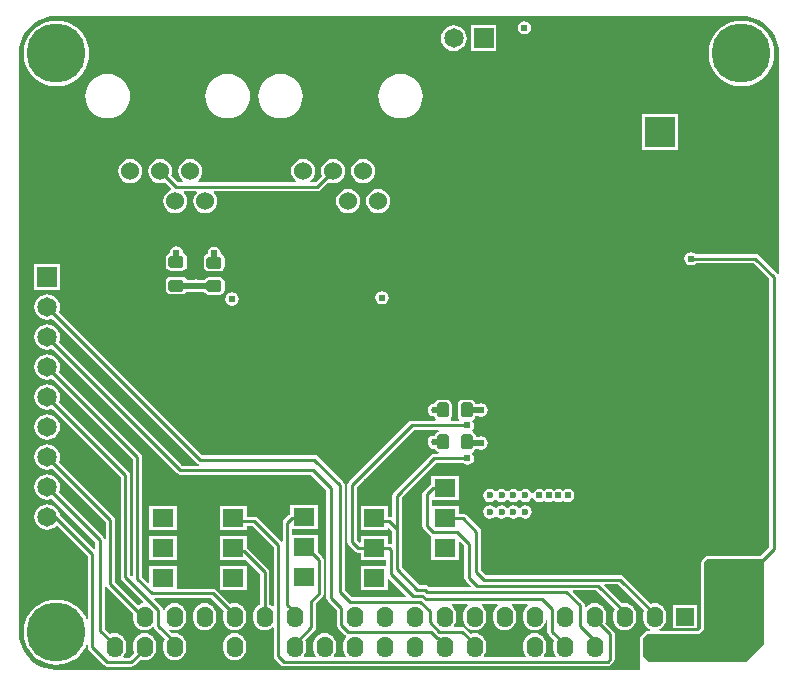
<source format=gbl>
G04*
G04 #@! TF.GenerationSoftware,Altium Limited,Altium Designer,21.8.1 (53)*
G04*
G04 Layer_Physical_Order=4*
G04 Layer_Color=16711680*
%FSLAX25Y25*%
%MOIN*%
G70*
G04*
G04 #@! TF.SameCoordinates,00E826D5-FD21-4A1A-8C14-BC2741F4279C*
G04*
G04*
G04 #@! TF.FilePolarity,Positive*
G04*
G01*
G75*
%ADD12C,0.01000*%
G04:AMPARAMS|DCode=21|XSize=50mil|YSize=37.4mil|CornerRadius=5.61mil|HoleSize=0mil|Usage=FLASHONLY|Rotation=90.000|XOffset=0mil|YOffset=0mil|HoleType=Round|Shape=RoundedRectangle|*
%AMROUNDEDRECTD21*
21,1,0.05000,0.02618,0,0,90.0*
21,1,0.03878,0.03740,0,0,90.0*
1,1,0.01122,0.01309,0.01939*
1,1,0.01122,0.01309,-0.01939*
1,1,0.01122,-0.01309,-0.01939*
1,1,0.01122,-0.01309,0.01939*
%
%ADD21ROUNDEDRECTD21*%
G04:AMPARAMS|DCode=22|XSize=50mil|YSize=37.4mil|CornerRadius=5.61mil|HoleSize=0mil|Usage=FLASHONLY|Rotation=0.000|XOffset=0mil|YOffset=0mil|HoleType=Round|Shape=RoundedRectangle|*
%AMROUNDEDRECTD22*
21,1,0.05000,0.02618,0,0,0.0*
21,1,0.03878,0.03740,0,0,0.0*
1,1,0.01122,0.01939,-0.01309*
1,1,0.01122,-0.01939,-0.01309*
1,1,0.01122,-0.01939,0.01309*
1,1,0.01122,0.01939,0.01309*
%
%ADD22ROUNDEDRECTD22*%
%ADD68C,0.02000*%
%ADD70C,0.06500*%
%ADD71R,0.06500X0.06500*%
%ADD72R,0.10000X0.10000*%
%ADD73R,0.07087X0.05906*%
%ADD74R,0.09449X0.12205*%
%ADD75C,0.19685*%
%ADD76R,0.06500X0.06500*%
%ADD77O,0.05500X0.07000*%
%ADD78R,0.05906X0.05906*%
%ADD79C,0.06000*%
%ADD80C,0.02400*%
%ADD81C,0.02362*%
%ADD82C,0.05000*%
G36*
X345300Y320248D02*
X347206Y319791D01*
X349016Y319041D01*
X350687Y318017D01*
X352177Y316744D01*
X353450Y315254D01*
X354474Y313583D01*
X355224Y311772D01*
X355681Y309867D01*
X355816Y308155D01*
X355774Y307946D01*
Y234543D01*
X355304Y234389D01*
X355275Y234388D01*
X349081Y240581D01*
X348585Y240913D01*
X348000Y241029D01*
X328124D01*
X328086Y241086D01*
X327358Y241572D01*
X326500Y241743D01*
X325642Y241572D01*
X324914Y241086D01*
X324428Y240358D01*
X324257Y239500D01*
X324428Y238642D01*
X324914Y237914D01*
X325642Y237428D01*
X326500Y237257D01*
X327358Y237428D01*
X328086Y237914D01*
X328124Y237971D01*
X347366D01*
X352671Y232666D01*
Y143433D01*
X349757Y140520D01*
X332000D01*
X331610Y140442D01*
X331279Y140221D01*
X330279Y139221D01*
X330058Y138890D01*
X329980Y138500D01*
Y136500D01*
Y116422D01*
X329078Y115520D01*
X316017D01*
X315917Y116020D01*
X316291Y116174D01*
X317074Y116776D01*
X317676Y117559D01*
X318054Y118471D01*
X318182Y119450D01*
Y120950D01*
X318054Y121929D01*
X317676Y122841D01*
X317074Y123625D01*
X316291Y124226D01*
X315379Y124603D01*
X314400Y124732D01*
X313421Y124603D01*
X313059Y124454D01*
X303931Y133581D01*
X303435Y133913D01*
X302850Y134029D01*
X258134D01*
X256529Y135634D01*
Y148500D01*
X256413Y149085D01*
X256081Y149581D01*
X251581Y154081D01*
X251085Y154413D01*
X250500Y154529D01*
X249043D01*
Y156953D01*
X240029D01*
Y159047D01*
X249043D01*
Y166953D01*
X239957D01*
Y164421D01*
X239915Y164413D01*
X239419Y164081D01*
X237419Y162081D01*
X237087Y161585D01*
X236971Y161000D01*
Y150383D01*
X237087Y149797D01*
X237419Y149301D01*
X239360Y147360D01*
X239568Y147221D01*
X239957Y146953D01*
Y139047D01*
X249043D01*
Y145141D01*
X249505Y145332D01*
X250971Y143867D01*
Y133172D01*
X251087Y132586D01*
X251419Y132090D01*
X253017Y130491D01*
X252826Y130029D01*
X239151D01*
X238899Y130281D01*
X238403Y130613D01*
X237817Y130729D01*
X235933D01*
X230029Y136634D01*
Y149500D01*
Y159866D01*
X241634Y171471D01*
X250376D01*
X250414Y171414D01*
X251142Y170928D01*
X252000Y170757D01*
X252858Y170928D01*
X253586Y171414D01*
X254072Y172142D01*
X254243Y173000D01*
X254072Y173858D01*
X253613Y174545D01*
X253649Y174782D01*
X253745Y175081D01*
X253792Y175091D01*
X254309Y175436D01*
X254654Y175952D01*
X254671Y176037D01*
X255477D01*
X255642Y175928D01*
X256500Y175757D01*
X257358Y175928D01*
X258086Y176414D01*
X258572Y177142D01*
X258743Y178000D01*
X258572Y178858D01*
X258086Y179586D01*
X257358Y180072D01*
X256500Y180243D01*
X255860Y180116D01*
X254775D01*
Y180439D01*
X254654Y181048D01*
X254309Y181564D01*
X253792Y181909D01*
X253745Y181919D01*
X253649Y182218D01*
X253613Y182455D01*
X254072Y183142D01*
X254243Y184000D01*
X254072Y184858D01*
X253646Y185496D01*
X253686Y185591D01*
X254202Y185936D01*
X254547Y186452D01*
X254648Y186961D01*
X255592D01*
X255642Y186928D01*
X256500Y186757D01*
X257358Y186928D01*
X258086Y187414D01*
X258572Y188142D01*
X258743Y189000D01*
X258572Y189858D01*
X258086Y190586D01*
X257358Y191072D01*
X256500Y191243D01*
X255642Y191072D01*
X255592Y191039D01*
X254648D01*
X254547Y191548D01*
X254202Y192064D01*
X253686Y192409D01*
X253077Y192531D01*
X250459D01*
X249850Y192409D01*
X249333Y192064D01*
X248988Y191548D01*
X248867Y190939D01*
Y187061D01*
X248988Y186452D01*
X249271Y186029D01*
X249161Y185690D01*
X249049Y185529D01*
X246612D01*
X246500Y185690D01*
X246391Y186029D01*
X246673Y186452D01*
X246794Y187061D01*
Y190939D01*
X246673Y191548D01*
X246328Y192064D01*
X245812Y192409D01*
X245203Y192531D01*
X242585D01*
X241976Y192409D01*
X241459Y192064D01*
X241114Y191548D01*
X241067Y191311D01*
X240372Y191172D01*
X240150Y191024D01*
X239950Y190984D01*
X239289Y190542D01*
X238847Y189880D01*
X238691Y189100D01*
X238847Y188320D01*
X239289Y187658D01*
X239950Y187216D01*
X240150Y187176D01*
X240372Y187028D01*
X241025Y186898D01*
X241114Y186452D01*
X241396Y186029D01*
X241287Y185690D01*
X241175Y185529D01*
X233383D01*
X232797Y185413D01*
X232301Y185081D01*
X212419Y165199D01*
X212087Y164703D01*
X211971Y164117D01*
Y145000D01*
X212087Y144415D01*
X212419Y143919D01*
X214419Y141919D01*
X214915Y141587D01*
X215500Y141471D01*
X216457D01*
Y139047D01*
X224971D01*
Y136953D01*
X216457D01*
Y129047D01*
X225543D01*
Y132641D01*
X226005Y132832D01*
X231646Y127191D01*
X231454Y126729D01*
X213434D01*
X211029Y129133D01*
Y164000D01*
X210913Y164585D01*
X210581Y165081D01*
X202081Y173581D01*
X201585Y173913D01*
X201000Y174029D01*
X163434D01*
X115786Y221677D01*
X116041Y222290D01*
X116187Y223400D01*
X116041Y224510D01*
X115612Y225543D01*
X114931Y226431D01*
X114043Y227112D01*
X113010Y227541D01*
X111900Y227687D01*
X110791Y227541D01*
X109757Y227112D01*
X108869Y226431D01*
X108188Y225543D01*
X107759Y224510D01*
X107613Y223400D01*
X107759Y222290D01*
X108188Y221257D01*
X108869Y220369D01*
X109757Y219688D01*
X110791Y219259D01*
X111900Y219113D01*
X113010Y219259D01*
X113623Y219514D01*
X161719Y171419D01*
X162215Y171087D01*
X162504Y171029D01*
X162455Y170529D01*
X156933D01*
X115786Y211677D01*
X116041Y212291D01*
X116187Y213400D01*
X116041Y214510D01*
X115612Y215543D01*
X114931Y216431D01*
X114043Y217112D01*
X113010Y217541D01*
X111900Y217687D01*
X110791Y217541D01*
X109757Y217112D01*
X108869Y216431D01*
X108188Y215543D01*
X107759Y214510D01*
X107613Y213400D01*
X107759Y212291D01*
X108188Y211257D01*
X108869Y210369D01*
X109757Y209688D01*
X110791Y209259D01*
X111900Y209113D01*
X113010Y209259D01*
X113623Y209514D01*
X155219Y167919D01*
X155715Y167587D01*
X156300Y167471D01*
X199984D01*
X204971Y162484D01*
Y126500D01*
X205087Y125915D01*
X205419Y125419D01*
X208471Y122366D01*
Y117500D01*
X208587Y116915D01*
X208919Y116419D01*
X211219Y114119D01*
X211405Y113994D01*
X211423Y113973D01*
X211519Y113355D01*
X211124Y112841D01*
X210747Y111929D01*
X210618Y110950D01*
Y109450D01*
X210747Y108471D01*
X211124Y107559D01*
X211377Y107229D01*
X211131Y106729D01*
X207669D01*
X207423Y107229D01*
X207676Y107559D01*
X208053Y108471D01*
X208182Y109450D01*
Y110950D01*
X208053Y111929D01*
X207676Y112841D01*
X207074Y113625D01*
X206291Y114226D01*
X205379Y114603D01*
X204400Y114732D01*
X203421Y114603D01*
X202509Y114226D01*
X201726Y113625D01*
X201124Y112841D01*
X200746Y111929D01*
X200618Y110950D01*
Y109450D01*
X200746Y108471D01*
X201124Y107559D01*
X201377Y107229D01*
X201131Y106729D01*
X197669D01*
X197423Y107229D01*
X197676Y107559D01*
X198054Y108471D01*
X198182Y109450D01*
Y110950D01*
X198054Y111929D01*
X197893Y112316D01*
X201081Y115504D01*
X201413Y116000D01*
X201529Y116586D01*
Y124618D01*
X203625Y126714D01*
X203956Y127210D01*
X204073Y127795D01*
Y139047D01*
X203956Y139632D01*
X203625Y140129D01*
X202043Y141710D01*
Y147453D01*
X193529D01*
Y149547D01*
X202043D01*
Y157453D01*
X192957D01*
Y154421D01*
X192915Y154413D01*
X192419Y154081D01*
X190919Y152581D01*
X190587Y152085D01*
X190471Y151500D01*
Y145377D01*
X190408Y145329D01*
X189971Y145192D01*
X182081Y153081D01*
X181585Y153413D01*
X181000Y153529D01*
X178543D01*
Y156953D01*
X169457D01*
Y149047D01*
X178543D01*
Y150471D01*
X180367D01*
X187471Y143367D01*
Y123862D01*
X186971Y123704D01*
X186291Y124226D01*
X185929Y124375D01*
Y135100D01*
X185813Y135685D01*
X185481Y136181D01*
X178581Y143081D01*
X178543Y143107D01*
Y146953D01*
X169457D01*
Y139047D01*
X178290D01*
X182871Y134467D01*
Y124375D01*
X182509Y124226D01*
X181726Y123625D01*
X181124Y122841D01*
X180746Y121929D01*
X180618Y120950D01*
Y119450D01*
X180746Y118471D01*
X181124Y117559D01*
X181726Y116776D01*
X182509Y116174D01*
X183421Y115796D01*
X184400Y115668D01*
X185379Y115796D01*
X186291Y116174D01*
X186971Y116696D01*
X187471Y116538D01*
Y107000D01*
X187587Y106415D01*
X187919Y105919D01*
X189719Y104119D01*
X190215Y103787D01*
X190800Y103671D01*
X298700D01*
X299285Y103787D01*
X299781Y104119D01*
X300581Y104919D01*
X300913Y105415D01*
X301029Y106000D01*
Y114350D01*
X300913Y114935D01*
X300581Y115431D01*
X297904Y118109D01*
X298054Y118471D01*
X298182Y119450D01*
Y120950D01*
X298054Y121929D01*
X297676Y122841D01*
X297075Y123625D01*
X296291Y124226D01*
X295379Y124603D01*
X294400Y124732D01*
X293421Y124603D01*
X292509Y124226D01*
X291725Y123625D01*
X291529Y123369D01*
X291029Y123539D01*
Y124000D01*
X290913Y124585D01*
X290581Y125081D01*
X287154Y128509D01*
X287346Y128971D01*
X294866D01*
X301087Y122750D01*
X300746Y121929D01*
X300618Y120950D01*
Y119450D01*
X300746Y118471D01*
X301124Y117559D01*
X301726Y116776D01*
X302509Y116174D01*
X303421Y115796D01*
X304400Y115668D01*
X305379Y115796D01*
X306291Y116174D01*
X307074Y116776D01*
X307676Y117559D01*
X308053Y118471D01*
X308182Y119450D01*
Y120950D01*
X308053Y121929D01*
X307676Y122841D01*
X307074Y123625D01*
X306291Y124226D01*
X305379Y124603D01*
X304400Y124732D01*
X303543Y124620D01*
X297654Y130509D01*
X297846Y130971D01*
X302217D01*
X310896Y122291D01*
X310747Y121929D01*
X310618Y120950D01*
Y119450D01*
X310747Y118471D01*
X311124Y117559D01*
X311725Y116776D01*
X312509Y116174D01*
X312882Y116020D01*
X312783Y115520D01*
X312000D01*
X311610Y115442D01*
X311279Y115221D01*
X309779Y113721D01*
X309558Y113390D01*
X309480Y113000D01*
Y107000D01*
Y102525D01*
X115512D01*
X115014Y102525D01*
X115014Y102525D01*
X115012Y102525D01*
X114522Y102549D01*
X113046Y102665D01*
X111141Y103123D01*
X109330Y103873D01*
X107659Y104897D01*
X106169Y106169D01*
X104897Y107659D01*
X103873Y109330D01*
X103123Y111141D01*
X102665Y113046D01*
X102526Y114816D01*
X102526Y114816D01*
X102525Y115314D01*
Y307986D01*
X102525Y307987D01*
X102525Y307987D01*
Y308000D01*
X102516Y308049D01*
X102664Y309940D01*
X103119Y311832D01*
X103863Y313630D01*
X104880Y315289D01*
X106144Y316769D01*
X107624Y318033D01*
X109283Y319050D01*
X111081Y319795D01*
X112973Y320249D01*
X114731Y320387D01*
X114731Y320387D01*
Y320387D01*
X114913Y320375D01*
X114913Y320374D01*
X115223Y320374D01*
X343346D01*
X343445Y320394D01*
X345300Y320248D01*
D02*
G37*
G36*
X242389Y181971D02*
X242082Y181909D01*
X241565Y181564D01*
X241220Y181048D01*
X241120Y180541D01*
X241111Y180539D01*
X240737D01*
X239957Y180384D01*
X239295Y179942D01*
X238853Y179280D01*
X238698Y178500D01*
X238853Y177720D01*
X239295Y177058D01*
X239330Y177034D01*
X239545Y176714D01*
X240272Y176228D01*
X241131Y176057D01*
X241210Y176004D01*
X241220Y175952D01*
X241565Y175436D01*
X242082Y175091D01*
X242389Y175029D01*
X242340Y174529D01*
X241000D01*
X240415Y174413D01*
X239919Y174081D01*
X227419Y161581D01*
X227087Y161085D01*
X226971Y160500D01*
Y153711D01*
X226471Y153436D01*
X226000Y153529D01*
X225543D01*
Y156953D01*
X216457D01*
Y149047D01*
X225543D01*
Y149641D01*
X226005Y149832D01*
X226971Y148866D01*
Y144674D01*
X226558Y144418D01*
X226471Y144419D01*
X225914Y144529D01*
X225543D01*
Y146953D01*
X216457D01*
Y144913D01*
X215957Y144706D01*
X215029Y145633D01*
Y163484D01*
X234016Y182471D01*
X242340D01*
X242389Y181971D01*
D02*
G37*
G36*
X272177Y123971D02*
X271726Y123625D01*
X271124Y122841D01*
X270746Y121929D01*
X270618Y120950D01*
Y119450D01*
X270746Y118471D01*
X271124Y117559D01*
X271726Y116776D01*
X272509Y116174D01*
X273421Y115796D01*
X274400Y115668D01*
X275379Y115796D01*
X276291Y116174D01*
X277075Y116776D01*
X277676Y117559D01*
X278053Y118471D01*
X278121Y118981D01*
X278621Y118948D01*
Y115200D01*
X278737Y114615D01*
X279069Y114119D01*
X280896Y112291D01*
X280747Y111929D01*
X280618Y110950D01*
Y109450D01*
X280747Y108471D01*
X281124Y107559D01*
X281377Y107229D01*
X281131Y106729D01*
X277669D01*
X277423Y107229D01*
X277676Y107559D01*
X278053Y108471D01*
X278182Y109450D01*
Y110950D01*
X278053Y111929D01*
X277676Y112841D01*
X277075Y113625D01*
X276291Y114226D01*
X275379Y114603D01*
X274400Y114732D01*
X273421Y114603D01*
X272509Y114226D01*
X271726Y113625D01*
X271124Y112841D01*
X270746Y111929D01*
X270618Y110950D01*
Y109450D01*
X270746Y108471D01*
X271124Y107559D01*
X271377Y107229D01*
X271131Y106729D01*
X257669D01*
X257423Y107229D01*
X257676Y107559D01*
X258053Y108471D01*
X258182Y109450D01*
Y110950D01*
X258053Y111929D01*
X257676Y112841D01*
X257074Y113625D01*
X256291Y114226D01*
X255379Y114603D01*
X254400Y114732D01*
X253421Y114603D01*
X253059Y114454D01*
X251231Y116281D01*
X250735Y116613D01*
X250150Y116729D01*
X247669D01*
X247423Y117229D01*
X247676Y117559D01*
X248054Y118471D01*
X248182Y119450D01*
Y120950D01*
X248054Y121929D01*
X247676Y122841D01*
X247075Y123625D01*
X246623Y123971D01*
X246793Y124471D01*
X252007D01*
X252176Y123971D01*
X251726Y123625D01*
X251124Y122841D01*
X250746Y121929D01*
X250618Y120950D01*
Y119450D01*
X250746Y118471D01*
X251124Y117559D01*
X251726Y116776D01*
X252509Y116174D01*
X253421Y115796D01*
X254400Y115668D01*
X255379Y115796D01*
X256291Y116174D01*
X257074Y116776D01*
X257676Y117559D01*
X258053Y118471D01*
X258182Y119450D01*
Y120950D01*
X258053Y121929D01*
X257676Y122841D01*
X257074Y123625D01*
X256624Y123971D01*
X256793Y124471D01*
X262007D01*
X262176Y123971D01*
X261725Y123625D01*
X261124Y122841D01*
X260747Y121929D01*
X260618Y120950D01*
Y119450D01*
X260747Y118471D01*
X261124Y117559D01*
X261725Y116776D01*
X262509Y116174D01*
X263421Y115796D01*
X264400Y115668D01*
X265379Y115796D01*
X266291Y116174D01*
X267074Y116776D01*
X267676Y117559D01*
X268054Y118471D01*
X268182Y119450D01*
Y120950D01*
X268054Y121929D01*
X267676Y122841D01*
X267074Y123625D01*
X266623Y123971D01*
X266793Y124471D01*
X272007D01*
X272177Y123971D01*
D02*
G37*
G36*
X351000Y111000D02*
X345000Y105000D01*
X312500D01*
X310500Y107000D01*
Y113000D01*
X312000Y114500D01*
X329500D01*
X331000Y116000D01*
Y136500D01*
Y138500D01*
X332000Y139500D01*
X351000D01*
Y111000D01*
D02*
G37*
%LPC*%
G36*
X271000Y318743D02*
X270142Y318572D01*
X269414Y318086D01*
X268928Y317358D01*
X268757Y316500D01*
X268928Y315642D01*
X269414Y314914D01*
X270142Y314428D01*
X271000Y314257D01*
X271858Y314428D01*
X272586Y314914D01*
X273072Y315642D01*
X273243Y316500D01*
X273072Y317358D01*
X272586Y318086D01*
X271858Y318572D01*
X271000Y318743D01*
D02*
G37*
G36*
X261650Y317250D02*
X253150D01*
Y308750D01*
X261650D01*
Y317250D01*
D02*
G37*
G36*
X247400Y317287D02*
X246290Y317141D01*
X245257Y316712D01*
X244369Y316031D01*
X243688Y315143D01*
X243259Y314109D01*
X243113Y313000D01*
X243259Y311891D01*
X243688Y310857D01*
X244369Y309969D01*
X245257Y309288D01*
X246290Y308859D01*
X247400Y308713D01*
X248510Y308859D01*
X249543Y309288D01*
X250431Y309969D01*
X251112Y310857D01*
X251541Y311891D01*
X251687Y313000D01*
X251541Y314109D01*
X251112Y315143D01*
X250431Y316031D01*
X249543Y316712D01*
X248510Y317141D01*
X247400Y317287D01*
D02*
G37*
G36*
X343347Y318789D02*
X341645Y318655D01*
X339986Y318257D01*
X338409Y317604D01*
X336954Y316712D01*
X335656Y315604D01*
X334547Y314306D01*
X333656Y312851D01*
X333003Y311274D01*
X332604Y309615D01*
X332470Y307913D01*
X332604Y306212D01*
X333003Y304553D01*
X333656Y302976D01*
X334547Y301521D01*
X335656Y300223D01*
X336954Y299114D01*
X338409Y298223D01*
X339986Y297570D01*
X341645Y297171D01*
X343347Y297037D01*
X345048Y297171D01*
X346707Y297570D01*
X348284Y298223D01*
X349739Y299114D01*
X351037Y300223D01*
X352145Y301521D01*
X353037Y302976D01*
X353690Y304553D01*
X354089Y306212D01*
X354222Y307913D01*
X354089Y309615D01*
X353690Y311274D01*
X353037Y312851D01*
X352145Y314306D01*
X351037Y315604D01*
X349739Y316712D01*
X348284Y317604D01*
X346707Y318257D01*
X345048Y318655D01*
X343347Y318789D01*
D02*
G37*
G36*
X115000D02*
X113299Y318655D01*
X111639Y318257D01*
X110062Y317604D01*
X108607Y316712D01*
X107309Y315604D01*
X106201Y314306D01*
X105309Y312851D01*
X104656Y311274D01*
X104258Y309615D01*
X104124Y307913D01*
X104258Y306212D01*
X104656Y304553D01*
X105309Y302976D01*
X106201Y301521D01*
X107309Y300223D01*
X108607Y299114D01*
X110062Y298223D01*
X111639Y297570D01*
X113299Y297171D01*
X115000Y297037D01*
X116701Y297171D01*
X118361Y297570D01*
X119938Y298223D01*
X121393Y299114D01*
X122690Y300223D01*
X123799Y301521D01*
X124691Y302976D01*
X125344Y304553D01*
X125742Y306212D01*
X125876Y307913D01*
X125742Y309615D01*
X125344Y311274D01*
X124691Y312851D01*
X123799Y314306D01*
X122690Y315604D01*
X121393Y316712D01*
X119938Y317604D01*
X118361Y318257D01*
X116701Y318655D01*
X115000Y318789D01*
D02*
G37*
G36*
X229683Y301126D02*
X228233Y300984D01*
X226839Y300560D01*
X225554Y299874D01*
X224427Y298949D01*
X223503Y297823D01*
X222816Y296538D01*
X222393Y295143D01*
X222250Y293693D01*
X222393Y292243D01*
X222816Y290848D01*
X223503Y289563D01*
X224427Y288437D01*
X225554Y287512D01*
X226839Y286825D01*
X228233Y286402D01*
X229683Y286260D01*
X231134Y286402D01*
X232528Y286825D01*
X233813Y287512D01*
X234940Y288437D01*
X235864Y289563D01*
X236551Y290848D01*
X236974Y292243D01*
X237117Y293693D01*
X236974Y295143D01*
X236551Y296538D01*
X235864Y297823D01*
X234940Y298949D01*
X233813Y299874D01*
X232528Y300560D01*
X231134Y300984D01*
X229683Y301126D01*
D02*
G37*
G36*
X189683D02*
X188233Y300984D01*
X186839Y300560D01*
X185554Y299874D01*
X184427Y298949D01*
X183503Y297823D01*
X182816Y296538D01*
X182393Y295143D01*
X182250Y293693D01*
X182393Y292243D01*
X182816Y290848D01*
X183503Y289563D01*
X184427Y288437D01*
X185554Y287512D01*
X186839Y286825D01*
X188233Y286402D01*
X189683Y286260D01*
X191134Y286402D01*
X192528Y286825D01*
X193813Y287512D01*
X194940Y288437D01*
X195864Y289563D01*
X196551Y290848D01*
X196974Y292243D01*
X197117Y293693D01*
X196974Y295143D01*
X196551Y296538D01*
X195864Y297823D01*
X194940Y298949D01*
X193813Y299874D01*
X192528Y300560D01*
X191134Y300984D01*
X189683Y301126D01*
D02*
G37*
G36*
X172083D02*
X170633Y300984D01*
X169239Y300560D01*
X167954Y299874D01*
X166827Y298949D01*
X165903Y297823D01*
X165216Y296538D01*
X164793Y295143D01*
X164650Y293693D01*
X164793Y292243D01*
X165216Y290848D01*
X165903Y289563D01*
X166827Y288437D01*
X167954Y287512D01*
X169239Y286825D01*
X170633Y286402D01*
X172083Y286260D01*
X173534Y286402D01*
X174928Y286825D01*
X176213Y287512D01*
X177340Y288437D01*
X178264Y289563D01*
X178951Y290848D01*
X179374Y292243D01*
X179517Y293693D01*
X179374Y295143D01*
X178951Y296538D01*
X178264Y297823D01*
X177340Y298949D01*
X176213Y299874D01*
X174928Y300560D01*
X173534Y300984D01*
X172083Y301126D01*
D02*
G37*
G36*
X132083D02*
X130633Y300984D01*
X129239Y300560D01*
X127954Y299874D01*
X126827Y298949D01*
X125903Y297823D01*
X125216Y296538D01*
X124793Y295143D01*
X124650Y293693D01*
X124793Y292243D01*
X125216Y290848D01*
X125903Y289563D01*
X126827Y288437D01*
X127954Y287512D01*
X129239Y286825D01*
X130633Y286402D01*
X132083Y286260D01*
X133534Y286402D01*
X134928Y286825D01*
X136213Y287512D01*
X137340Y288437D01*
X138264Y289563D01*
X138951Y290848D01*
X139374Y292243D01*
X139517Y293693D01*
X139374Y295143D01*
X138951Y296538D01*
X138264Y297823D01*
X137340Y298949D01*
X136213Y299874D01*
X134928Y300560D01*
X133534Y300984D01*
X132083Y301126D01*
D02*
G37*
G36*
X322200Y287843D02*
X310200D01*
Y275843D01*
X322200D01*
Y287843D01*
D02*
G37*
G36*
X207203Y272727D02*
X206159Y272590D01*
X205186Y272187D01*
X204350Y271546D01*
X203709Y270710D01*
X203306Y269737D01*
X203169Y268693D01*
X203306Y267649D01*
X203508Y267161D01*
X201377Y265029D01*
X199821D01*
X199651Y265529D01*
X200056Y265840D01*
X200697Y266676D01*
X201100Y267649D01*
X201238Y268693D01*
X201100Y269737D01*
X200697Y270710D01*
X200056Y271546D01*
X199220Y272187D01*
X198247Y272590D01*
X197203Y272727D01*
X196159Y272590D01*
X195186Y272187D01*
X194350Y271546D01*
X193709Y270710D01*
X193306Y269737D01*
X193169Y268693D01*
X193306Y267649D01*
X193709Y266676D01*
X194350Y265840D01*
X194755Y265529D01*
X194586Y265029D01*
X162221D01*
X162051Y265529D01*
X162456Y265840D01*
X163097Y266676D01*
X163500Y267649D01*
X163638Y268693D01*
X163500Y269737D01*
X163097Y270710D01*
X162456Y271546D01*
X161620Y272187D01*
X160647Y272590D01*
X159603Y272727D01*
X158559Y272590D01*
X157586Y272187D01*
X156750Y271546D01*
X156109Y270710D01*
X155706Y269737D01*
X155569Y268693D01*
X155706Y267649D01*
X156109Y266676D01*
X156750Y265840D01*
X157155Y265529D01*
X156985Y265029D01*
X155430D01*
X153298Y267161D01*
X153500Y267649D01*
X153638Y268693D01*
X153500Y269737D01*
X153097Y270710D01*
X152456Y271546D01*
X151620Y272187D01*
X150647Y272590D01*
X149603Y272727D01*
X148559Y272590D01*
X147586Y272187D01*
X146750Y271546D01*
X146109Y270710D01*
X145706Y269737D01*
X145569Y268693D01*
X145706Y267649D01*
X146109Y266676D01*
X146750Y265840D01*
X147586Y265199D01*
X148559Y264796D01*
X149603Y264658D01*
X150647Y264796D01*
X151135Y264998D01*
X153230Y262903D01*
X153132Y262413D01*
X152586Y262187D01*
X151750Y261546D01*
X151109Y260710D01*
X150706Y259737D01*
X150569Y258693D01*
X150706Y257649D01*
X151109Y256676D01*
X151750Y255840D01*
X152586Y255199D01*
X153559Y254796D01*
X154603Y254658D01*
X155647Y254796D01*
X156620Y255199D01*
X157456Y255840D01*
X158097Y256676D01*
X158500Y257649D01*
X158638Y258693D01*
X158500Y259737D01*
X158097Y260710D01*
X157514Y261471D01*
X157644Y261971D01*
X161562D01*
X161693Y261471D01*
X161109Y260710D01*
X160706Y259737D01*
X160569Y258693D01*
X160706Y257649D01*
X161109Y256676D01*
X161750Y255840D01*
X162586Y255199D01*
X163559Y254796D01*
X164603Y254658D01*
X165647Y254796D01*
X166620Y255199D01*
X167456Y255840D01*
X168097Y256676D01*
X168500Y257649D01*
X168638Y258693D01*
X168500Y259737D01*
X168097Y260710D01*
X167514Y261471D01*
X167644Y261971D01*
X202010D01*
X202595Y262087D01*
X203092Y262419D01*
X205671Y264998D01*
X206159Y264796D01*
X207203Y264658D01*
X208247Y264796D01*
X209220Y265199D01*
X210056Y265840D01*
X210697Y266676D01*
X211100Y267649D01*
X211238Y268693D01*
X211100Y269737D01*
X210697Y270710D01*
X210056Y271546D01*
X209220Y272187D01*
X208247Y272590D01*
X207203Y272727D01*
D02*
G37*
G36*
X217203D02*
X216159Y272590D01*
X215186Y272187D01*
X214350Y271546D01*
X213709Y270710D01*
X213306Y269737D01*
X213169Y268693D01*
X213306Y267649D01*
X213709Y266676D01*
X214350Y265840D01*
X215186Y265199D01*
X216159Y264796D01*
X217203Y264658D01*
X218247Y264796D01*
X219220Y265199D01*
X220056Y265840D01*
X220697Y266676D01*
X221100Y267649D01*
X221238Y268693D01*
X221100Y269737D01*
X220697Y270710D01*
X220056Y271546D01*
X219220Y272187D01*
X218247Y272590D01*
X217203Y272727D01*
D02*
G37*
G36*
X139603D02*
X138559Y272590D01*
X137586Y272187D01*
X136750Y271546D01*
X136109Y270710D01*
X135706Y269737D01*
X135569Y268693D01*
X135706Y267649D01*
X136109Y266676D01*
X136750Y265840D01*
X137586Y265199D01*
X138559Y264796D01*
X139603Y264658D01*
X140647Y264796D01*
X141620Y265199D01*
X142456Y265840D01*
X143097Y266676D01*
X143500Y267649D01*
X143638Y268693D01*
X143500Y269737D01*
X143097Y270710D01*
X142456Y271546D01*
X141620Y272187D01*
X140647Y272590D01*
X139603Y272727D01*
D02*
G37*
G36*
X222203Y262727D02*
X221159Y262590D01*
X220186Y262187D01*
X219350Y261546D01*
X218709Y260710D01*
X218306Y259737D01*
X218169Y258693D01*
X218306Y257649D01*
X218709Y256676D01*
X219350Y255840D01*
X220186Y255199D01*
X221159Y254796D01*
X222203Y254658D01*
X223247Y254796D01*
X224220Y255199D01*
X225056Y255840D01*
X225697Y256676D01*
X226100Y257649D01*
X226238Y258693D01*
X226100Y259737D01*
X225697Y260710D01*
X225056Y261546D01*
X224220Y262187D01*
X223247Y262590D01*
X222203Y262727D01*
D02*
G37*
G36*
X212203D02*
X211159Y262590D01*
X210186Y262187D01*
X209350Y261546D01*
X208709Y260710D01*
X208306Y259737D01*
X208169Y258693D01*
X208306Y257649D01*
X208709Y256676D01*
X209350Y255840D01*
X210186Y255199D01*
X211159Y254796D01*
X212203Y254658D01*
X213247Y254796D01*
X214220Y255199D01*
X215056Y255840D01*
X215697Y256676D01*
X216100Y257649D01*
X216238Y258693D01*
X216100Y259737D01*
X215697Y260710D01*
X215056Y261546D01*
X214220Y262187D01*
X213247Y262590D01*
X212203Y262727D01*
D02*
G37*
G36*
X155000Y243743D02*
X154142Y243572D01*
X153414Y243086D01*
X152928Y242358D01*
X152757Y241500D01*
X152585Y241243D01*
X152452Y241216D01*
X151936Y240872D01*
X151591Y240355D01*
X151469Y239746D01*
Y237128D01*
X151591Y236519D01*
X151936Y236002D01*
X152452Y235658D01*
X153061Y235536D01*
X156939D01*
X157548Y235658D01*
X158064Y236002D01*
X158409Y236519D01*
X158531Y237128D01*
Y239746D01*
X158409Y240355D01*
X158064Y240872D01*
X157548Y241216D01*
X157415Y241243D01*
X157243Y241500D01*
X157072Y242358D01*
X156586Y243086D01*
X155858Y243572D01*
X155000Y243743D01*
D02*
G37*
G36*
X167600Y243543D02*
X166741Y243372D01*
X166014Y242886D01*
X165527Y242158D01*
X165357Y241300D01*
X165185Y241043D01*
X165052Y241016D01*
X164535Y240671D01*
X164190Y240155D01*
X164069Y239546D01*
Y236928D01*
X164190Y236319D01*
X164535Y235802D01*
X165052Y235457D01*
X165661Y235336D01*
X169539D01*
X170148Y235457D01*
X170664Y235802D01*
X171009Y236319D01*
X171130Y236928D01*
Y239546D01*
X171009Y240155D01*
X170664Y240671D01*
X170148Y241016D01*
X170015Y241043D01*
X169843Y241300D01*
X169672Y242158D01*
X169186Y242886D01*
X168458Y243372D01*
X167600Y243543D01*
D02*
G37*
G36*
X116150Y237650D02*
X107650D01*
Y229150D01*
X116150D01*
Y237650D01*
D02*
G37*
G36*
X156939Y233464D02*
X153061D01*
X152452Y233343D01*
X151936Y232997D01*
X151591Y232481D01*
X151469Y231872D01*
Y229254D01*
X151591Y228645D01*
X151936Y228129D01*
X152452Y227783D01*
X153061Y227662D01*
X156939D01*
X157548Y227783D01*
X158064Y228129D01*
X158308Y228492D01*
X160545D01*
X160642Y228428D01*
X161500Y228257D01*
X162180Y228392D01*
X164225D01*
X164535Y227928D01*
X165052Y227583D01*
X165661Y227462D01*
X169539D01*
X170148Y227583D01*
X170664Y227928D01*
X171009Y228445D01*
X171130Y229054D01*
Y231672D01*
X171009Y232281D01*
X170664Y232797D01*
X170148Y233142D01*
X169539Y233263D01*
X165661D01*
X165052Y233142D01*
X164535Y232797D01*
X164317Y232470D01*
X162511D01*
X162358Y232572D01*
X161500Y232743D01*
X160642Y232572D01*
X160639Y232571D01*
X158350D01*
X158064Y232997D01*
X157548Y233343D01*
X156939Y233464D01*
D02*
G37*
G36*
X223500Y228743D02*
X222642Y228572D01*
X221914Y228086D01*
X221428Y227358D01*
X221257Y226500D01*
X221428Y225642D01*
X221914Y224914D01*
X222642Y224428D01*
X223500Y224257D01*
X224358Y224428D01*
X225086Y224914D01*
X225572Y225642D01*
X225743Y226500D01*
X225572Y227358D01*
X225086Y228086D01*
X224358Y228572D01*
X223500Y228743D01*
D02*
G37*
G36*
X173500Y228243D02*
X172642Y228072D01*
X171914Y227586D01*
X171428Y226858D01*
X171257Y226000D01*
X171428Y225142D01*
X171914Y224414D01*
X172642Y223928D01*
X173500Y223757D01*
X174358Y223928D01*
X175086Y224414D01*
X175572Y225142D01*
X175743Y226000D01*
X175572Y226858D01*
X175086Y227586D01*
X174358Y228072D01*
X173500Y228243D01*
D02*
G37*
G36*
X111900Y187687D02*
X110791Y187541D01*
X109757Y187112D01*
X108869Y186431D01*
X108188Y185543D01*
X107759Y184510D01*
X107613Y183400D01*
X107759Y182290D01*
X108188Y181257D01*
X108869Y180369D01*
X109757Y179688D01*
X110791Y179259D01*
X111900Y179113D01*
X113010Y179259D01*
X114043Y179688D01*
X114931Y180369D01*
X115612Y181257D01*
X116041Y182290D01*
X116187Y183400D01*
X116041Y184510D01*
X115612Y185543D01*
X114931Y186431D01*
X114043Y187112D01*
X113010Y187541D01*
X111900Y187687D01*
D02*
G37*
G36*
X285433Y162873D02*
X284575Y162702D01*
X283858Y162224D01*
X283142Y162702D01*
X282283Y162873D01*
X281425Y162702D01*
X280709Y162224D01*
X279992Y162702D01*
X279134Y162873D01*
X278275Y162702D01*
X277559Y162224D01*
X276843Y162702D01*
X275984Y162873D01*
X275126Y162702D01*
X274398Y162216D01*
X273912Y161488D01*
X273867Y161264D01*
X273358D01*
X273314Y161481D01*
X272832Y162202D01*
X272111Y162685D01*
X271260Y162854D01*
X270409Y162685D01*
X269687Y162202D01*
X269541Y161984D01*
X269041D01*
X268895Y162202D01*
X268174Y162685D01*
X267323Y162854D01*
X266472Y162685D01*
X265750Y162202D01*
X265604Y161984D01*
X265104D01*
X264958Y162202D01*
X264237Y162685D01*
X263386Y162854D01*
X262535Y162685D01*
X261813Y162202D01*
X261667Y161984D01*
X261167D01*
X261021Y162202D01*
X260300Y162685D01*
X259449Y162854D01*
X258598Y162685D01*
X257876Y162202D01*
X257394Y161481D01*
X257225Y160630D01*
X257394Y159779D01*
X257876Y159057D01*
X258598Y158575D01*
X259449Y158406D01*
X260300Y158575D01*
X261021Y159057D01*
X261167Y159276D01*
X261667D01*
X261813Y159057D01*
X262535Y158575D01*
X263386Y158406D01*
X264237Y158575D01*
X264958Y159057D01*
X265104Y159276D01*
X265604D01*
X265750Y159057D01*
X266472Y158575D01*
X267323Y158406D01*
X268174Y158575D01*
X268895Y159057D01*
X269041Y159276D01*
X269541D01*
X269687Y159057D01*
X270409Y158575D01*
X271260Y158406D01*
X272111Y158575D01*
X272832Y159057D01*
X273314Y159779D01*
X273358Y159996D01*
X273867D01*
X273912Y159772D01*
X274398Y159044D01*
X275126Y158558D01*
X275984Y158387D01*
X276843Y158558D01*
X277559Y159036D01*
X278275Y158558D01*
X279134Y158387D01*
X279992Y158558D01*
X280709Y159036D01*
X281425Y158558D01*
X282283Y158387D01*
X283142Y158558D01*
X283858Y159036D01*
X284575Y158558D01*
X285433Y158387D01*
X286292Y158558D01*
X287019Y159044D01*
X287505Y159772D01*
X287676Y160630D01*
X287505Y161488D01*
X287019Y162216D01*
X286292Y162702D01*
X285433Y162873D01*
D02*
G37*
G36*
X271260Y157342D02*
X270409Y157173D01*
X269687Y156691D01*
X269541Y156472D01*
X269041D01*
X268895Y156691D01*
X268174Y157173D01*
X267323Y157342D01*
X266472Y157173D01*
X265750Y156691D01*
X265604Y156472D01*
X265104D01*
X264958Y156691D01*
X264237Y157173D01*
X263386Y157342D01*
X262535Y157173D01*
X261813Y156691D01*
X261667Y156472D01*
X261167D01*
X261021Y156691D01*
X260300Y157173D01*
X259449Y157342D01*
X258598Y157173D01*
X257876Y156691D01*
X257394Y155969D01*
X257225Y155118D01*
X257394Y154267D01*
X257876Y153546D01*
X258598Y153064D01*
X259449Y152894D01*
X260300Y153064D01*
X261021Y153546D01*
X261167Y153764D01*
X261667D01*
X261813Y153546D01*
X262535Y153064D01*
X263386Y152894D01*
X264237Y153064D01*
X264958Y153546D01*
X265104Y153764D01*
X265604D01*
X265750Y153546D01*
X266472Y153064D01*
X267323Y152894D01*
X268174Y153064D01*
X268895Y153546D01*
X269041Y153764D01*
X269541D01*
X269687Y153546D01*
X270409Y153064D01*
X271260Y152894D01*
X272111Y153064D01*
X272832Y153546D01*
X273314Y154267D01*
X273484Y155118D01*
X273314Y155969D01*
X272832Y156691D01*
X272111Y157173D01*
X271260Y157342D01*
D02*
G37*
G36*
X155043Y156953D02*
X145957D01*
Y149047D01*
X155043D01*
Y156953D01*
D02*
G37*
G36*
Y146953D02*
X145957D01*
Y139047D01*
X155043D01*
Y146953D01*
D02*
G37*
G36*
X111900Y207687D02*
X110791Y207541D01*
X109757Y207112D01*
X108869Y206431D01*
X108188Y205543D01*
X107759Y204509D01*
X107613Y203400D01*
X107759Y202291D01*
X108188Y201257D01*
X108869Y200369D01*
X109757Y199688D01*
X110791Y199259D01*
X111900Y199113D01*
X113010Y199259D01*
X113623Y199514D01*
X140471Y172667D01*
Y133706D01*
X140009Y133515D01*
X139529Y133994D01*
Y167300D01*
X139413Y167885D01*
X139081Y168381D01*
X115786Y191677D01*
X116041Y192290D01*
X116187Y193400D01*
X116041Y194509D01*
X115612Y195543D01*
X114931Y196431D01*
X114043Y197112D01*
X113010Y197541D01*
X111900Y197687D01*
X110791Y197541D01*
X109757Y197112D01*
X108869Y196431D01*
X108188Y195543D01*
X107759Y194509D01*
X107613Y193400D01*
X107759Y192290D01*
X108188Y191257D01*
X108869Y190369D01*
X109757Y189688D01*
X110791Y189259D01*
X111900Y189113D01*
X113010Y189259D01*
X113623Y189514D01*
X136471Y166666D01*
Y133360D01*
X136587Y132775D01*
X136919Y132279D01*
X144012Y125186D01*
X143833Y124658D01*
X143421Y124603D01*
X142509Y124226D01*
X142260Y124035D01*
X134529Y131766D01*
Y152300D01*
X134413Y152885D01*
X134081Y153381D01*
X115786Y171677D01*
X116041Y172291D01*
X116187Y173400D01*
X116041Y174510D01*
X115612Y175543D01*
X114931Y176431D01*
X114043Y177112D01*
X113010Y177541D01*
X111900Y177687D01*
X110791Y177541D01*
X109757Y177112D01*
X108869Y176431D01*
X108188Y175543D01*
X107759Y174510D01*
X107613Y173400D01*
X107759Y172291D01*
X108188Y171257D01*
X108869Y170369D01*
X109757Y169688D01*
X110791Y169259D01*
X111900Y169113D01*
X113010Y169259D01*
X113623Y169514D01*
X131471Y151666D01*
Y146145D01*
X130971Y146096D01*
X130913Y146385D01*
X130581Y146881D01*
X115786Y161677D01*
X116041Y162291D01*
X116187Y163400D01*
X116041Y164509D01*
X115612Y165543D01*
X114931Y166431D01*
X114043Y167112D01*
X113010Y167541D01*
X111900Y167687D01*
X110791Y167541D01*
X109757Y167112D01*
X108869Y166431D01*
X108188Y165543D01*
X107759Y164509D01*
X107613Y163400D01*
X107759Y162291D01*
X108188Y161257D01*
X108869Y160369D01*
X109757Y159688D01*
X110791Y159259D01*
X111900Y159113D01*
X113010Y159259D01*
X113623Y159514D01*
X127971Y145167D01*
Y142846D01*
X127509Y142654D01*
X116099Y154064D01*
X116041Y154509D01*
X115612Y155543D01*
X114931Y156431D01*
X114043Y157112D01*
X113010Y157541D01*
X111900Y157687D01*
X110791Y157541D01*
X109757Y157112D01*
X108869Y156431D01*
X108188Y155543D01*
X107759Y154509D01*
X107613Y153400D01*
X107759Y152290D01*
X108188Y151257D01*
X108869Y150369D01*
X109757Y149688D01*
X110791Y149259D01*
X111900Y149113D01*
X113010Y149259D01*
X114043Y149688D01*
X114931Y150369D01*
X114934Y150372D01*
X115432Y150405D01*
X125471Y140366D01*
Y119361D01*
X124971Y119262D01*
X124691Y119938D01*
X123799Y121393D01*
X122690Y122690D01*
X121393Y123799D01*
X119938Y124691D01*
X118361Y125344D01*
X116701Y125742D01*
X115000Y125876D01*
X113299Y125742D01*
X111639Y125344D01*
X110062Y124691D01*
X108607Y123799D01*
X107309Y122690D01*
X106201Y121393D01*
X105309Y119938D01*
X104656Y118361D01*
X104258Y116701D01*
X104124Y115000D01*
X104258Y113299D01*
X104656Y111639D01*
X105309Y110062D01*
X106201Y108607D01*
X107309Y107309D01*
X108607Y106201D01*
X110062Y105309D01*
X111639Y104656D01*
X113299Y104258D01*
X115000Y104124D01*
X116701Y104258D01*
X118361Y104656D01*
X119938Y105309D01*
X121393Y106201D01*
X122690Y107309D01*
X123799Y108607D01*
X124691Y110062D01*
X124971Y110738D01*
X125471Y110639D01*
Y110000D01*
X125587Y109415D01*
X125919Y108919D01*
X130919Y103919D01*
X131415Y103587D01*
X132000Y103471D01*
X139950D01*
X140535Y103587D01*
X141031Y103919D01*
X143059Y105946D01*
X143421Y105797D01*
X144400Y105668D01*
X145379Y105797D01*
X146291Y106174D01*
X147074Y106775D01*
X147676Y107559D01*
X148054Y108471D01*
X148182Y109450D01*
Y110950D01*
X148054Y111929D01*
X147676Y112841D01*
X147074Y113625D01*
X146291Y114226D01*
X145379Y114603D01*
X144400Y114732D01*
X143421Y114603D01*
X142509Y114226D01*
X141726Y113625D01*
X141124Y112841D01*
X140746Y111929D01*
X140618Y110950D01*
Y109450D01*
X140746Y108471D01*
X140896Y108109D01*
X139316Y106529D01*
X137516D01*
X137269Y107029D01*
X137676Y107559D01*
X138054Y108471D01*
X138182Y109450D01*
Y110950D01*
X138054Y111929D01*
X137676Y112841D01*
X137074Y113625D01*
X136291Y114226D01*
X135379Y114603D01*
X134400Y114732D01*
X133421Y114603D01*
X132812Y114351D01*
X131029Y116133D01*
Y130788D01*
X131529Y130837D01*
X131587Y130547D01*
X131919Y130051D01*
X140664Y121305D01*
X140618Y120950D01*
Y119450D01*
X140746Y118471D01*
X141124Y117559D01*
X141726Y116776D01*
X142509Y116174D01*
X143421Y115796D01*
X144400Y115668D01*
X145379Y115796D01*
X146291Y116174D01*
X147015Y116729D01*
X147277Y116693D01*
X147554Y116579D01*
X147587Y116415D01*
X147919Y115919D01*
X151087Y112750D01*
X150747Y111929D01*
X150618Y110950D01*
Y109450D01*
X150747Y108471D01*
X151124Y107559D01*
X151725Y106775D01*
X152509Y106174D01*
X153421Y105797D01*
X154400Y105668D01*
X155379Y105797D01*
X156291Y106174D01*
X157074Y106775D01*
X157676Y107559D01*
X158054Y108471D01*
X158182Y109450D01*
Y110950D01*
X158054Y111929D01*
X157676Y112841D01*
X157074Y113625D01*
X156291Y114226D01*
X155379Y114603D01*
X154400Y114732D01*
X153543Y114620D01*
X152544Y115618D01*
X152828Y116042D01*
X153421Y115796D01*
X154400Y115668D01*
X155379Y115796D01*
X156291Y116174D01*
X157074Y116776D01*
X157676Y117559D01*
X158054Y118471D01*
X158182Y119450D01*
Y120950D01*
X158054Y121929D01*
X157676Y122841D01*
X157074Y123625D01*
X156291Y124226D01*
X155379Y124603D01*
X154400Y124732D01*
X153421Y124603D01*
X152509Y124226D01*
X151725Y123625D01*
X151124Y122841D01*
X151002Y122546D01*
X150482Y122598D01*
X150413Y122946D01*
X150081Y123442D01*
X147573Y125950D01*
X147765Y126412D01*
X166425D01*
X170794Y122043D01*
X170747Y121929D01*
X170618Y120950D01*
Y119450D01*
X170747Y118471D01*
X171124Y117559D01*
X171725Y116776D01*
X172509Y116174D01*
X173421Y115796D01*
X174400Y115668D01*
X175379Y115796D01*
X176291Y116174D01*
X177075Y116776D01*
X177676Y117559D01*
X178053Y118471D01*
X178182Y119450D01*
Y120950D01*
X178053Y121929D01*
X177676Y122841D01*
X177075Y123625D01*
X176291Y124226D01*
X175379Y124603D01*
X174400Y124732D01*
X173421Y124603D01*
X172812Y124351D01*
X168140Y129023D01*
X167644Y129354D01*
X167059Y129471D01*
X155043D01*
Y136953D01*
X145957D01*
Y131742D01*
X145495Y131551D01*
X143529Y133516D01*
Y173300D01*
X143413Y173885D01*
X143081Y174381D01*
X115786Y201677D01*
X116041Y202291D01*
X116187Y203400D01*
X116041Y204509D01*
X115612Y205543D01*
X114931Y206431D01*
X114043Y207112D01*
X113010Y207541D01*
X111900Y207687D01*
D02*
G37*
G36*
X178543Y136953D02*
X169457D01*
Y129047D01*
X178543D01*
Y136953D01*
D02*
G37*
G36*
X328353Y124153D02*
X320447D01*
Y116247D01*
X328353D01*
Y124153D01*
D02*
G37*
G36*
X164400Y124732D02*
X163421Y124603D01*
X162509Y124226D01*
X161725Y123625D01*
X161124Y122841D01*
X160747Y121929D01*
X160618Y120950D01*
Y119450D01*
X160747Y118471D01*
X161124Y117559D01*
X161725Y116776D01*
X162509Y116174D01*
X163421Y115796D01*
X164400Y115668D01*
X165379Y115796D01*
X166291Y116174D01*
X167075Y116776D01*
X167676Y117559D01*
X168053Y118471D01*
X168182Y119450D01*
Y120950D01*
X168053Y121929D01*
X167676Y122841D01*
X167075Y123625D01*
X166291Y124226D01*
X165379Y124603D01*
X164400Y124732D01*
D02*
G37*
G36*
X174400Y114732D02*
X173421Y114603D01*
X172509Y114226D01*
X171725Y113625D01*
X171124Y112841D01*
X170747Y111929D01*
X170618Y110950D01*
Y109450D01*
X170747Y108471D01*
X171124Y107559D01*
X171725Y106775D01*
X172509Y106174D01*
X173421Y105797D01*
X174400Y105668D01*
X175379Y105797D01*
X176291Y106174D01*
X177075Y106775D01*
X177676Y107559D01*
X178053Y108471D01*
X178182Y109450D01*
Y110950D01*
X178053Y111929D01*
X177676Y112841D01*
X177075Y113625D01*
X176291Y114226D01*
X175379Y114603D01*
X174400Y114732D01*
D02*
G37*
%LPD*%
D12*
X345400Y134000D02*
X354200Y142800D01*
X127000Y110000D02*
Y141000D01*
X114600Y153400D02*
X127000Y141000D01*
X111900Y153400D02*
X114600D01*
X111900Y163400D02*
X129500Y145800D01*
Y115500D02*
Y145800D01*
X111900Y173400D02*
X133000Y152300D01*
X277000Y126000D02*
X280150Y122850D01*
X238189Y126000D02*
X277000D01*
X236989Y127200D02*
X238189Y126000D01*
X285000Y128500D02*
X289500Y124000D01*
X238517Y128500D02*
X285000D01*
X237817Y129200D02*
X238517Y128500D01*
X295500Y130500D02*
X304400Y121600D01*
X255172Y130500D02*
X295500D01*
X252500Y133172D02*
X255172Y130500D01*
X302850Y132500D02*
X314400Y120950D01*
X257500Y132500D02*
X302850D01*
X255000Y135000D02*
X257500Y132500D01*
X212300Y115200D02*
X236160D01*
X210000Y117500D02*
X212300Y115200D01*
X210000Y117500D02*
Y123000D01*
X236160Y115200D02*
X236360Y115000D01*
X206500Y126500D02*
X210000Y123000D01*
X111900Y223400D02*
X162800Y172500D01*
X201000D01*
X209500Y164000D01*
Y128500D02*
Y164000D01*
Y128500D02*
X212800Y125200D01*
X236160D01*
X254400Y110200D02*
Y110950D01*
X250150Y115200D02*
X254400Y110950D01*
X242640Y115200D02*
X250150D01*
X239400Y118440D02*
X242640Y115200D01*
X239400Y118440D02*
Y121960D01*
X236160Y125200D02*
X239400Y121960D01*
X242150Y113200D02*
X244400Y110950D01*
X241811Y113200D02*
X242150D01*
X240011Y115000D02*
X241811Y113200D01*
X236360Y115000D02*
X240011D01*
X235300Y129200D02*
X237817D01*
X228500Y136000D02*
X235300Y129200D01*
X233800Y127200D02*
X236989D01*
X226500Y134500D02*
X233800Y127200D01*
X190800Y105200D02*
X298700D01*
X111900Y213400D02*
X156300Y169000D01*
X200617D01*
X206500Y126500D02*
Y163117D01*
X200617Y169000D02*
X206500Y163117D01*
X244400Y110200D02*
Y110950D01*
X111900Y203400D02*
X142000Y173300D01*
Y132883D02*
Y173300D01*
X111900Y193400D02*
X138000Y167300D01*
Y133360D02*
Y167300D01*
X221000Y143000D02*
X225914D01*
X226500Y142414D01*
Y134500D02*
Y142414D01*
X228500Y136000D02*
Y149500D01*
X233383Y184000D02*
X252000D01*
X213500Y164117D02*
X233383Y184000D01*
X241000Y173000D02*
X252000D01*
X228500Y160500D02*
X241000Y173000D01*
X213500Y145000D02*
X215500Y143000D01*
X213500Y145000D02*
Y164117D01*
X215500Y143000D02*
X221000D01*
X228500Y149500D02*
Y160500D01*
X240500Y163000D02*
X244500D01*
X238500Y161000D02*
X240500Y163000D01*
X238500Y150383D02*
Y161000D01*
X284400Y110200D02*
Y110950D01*
X280150Y115200D02*
X284400Y110950D01*
X280150Y115200D02*
Y122850D01*
X221000Y153000D02*
X222000Y152000D01*
X226000D01*
X228500Y149500D01*
X289500Y117000D02*
Y124000D01*
X294400Y110200D02*
Y112100D01*
X289500Y117000D02*
X294400Y112100D01*
X133000Y131132D02*
Y152300D01*
Y131132D02*
X143932Y120200D01*
X138000Y133360D02*
X149000Y122360D01*
X177500Y142000D02*
X184400Y135100D01*
Y120200D02*
Y135100D01*
X250500Y153000D02*
X255000Y148500D01*
Y135000D02*
Y148500D01*
X304400Y120200D02*
Y121600D01*
X248559Y148441D02*
X252500Y144500D01*
Y133172D02*
Y144500D01*
X238500Y150383D02*
X240441Y148441D01*
X248559D01*
X314400Y120200D02*
Y120950D01*
X244500Y153000D02*
X250500D01*
X129500Y115500D02*
X134400Y110600D01*
X132000Y105000D02*
X139950D01*
X127000Y110000D02*
X132000Y105000D01*
X139950D02*
X144400Y109450D01*
X193500Y153000D02*
X197000D01*
X192000Y151500D02*
X193500Y153000D01*
X192000Y124000D02*
Y151500D01*
X194400Y120200D02*
Y121600D01*
X192000Y124000D02*
X194400Y121600D01*
X197000Y153000D02*
X197500Y153500D01*
X194400Y110200D02*
Y110986D01*
X200000Y116586D02*
Y125252D01*
X194400Y110986D02*
X200000Y116586D01*
X197500Y143500D02*
X198091D01*
X202543Y139047D01*
Y127795D02*
Y139047D01*
X200000Y125252D02*
X202543Y127795D01*
X294400Y119450D02*
Y120200D01*
Y119450D02*
X299500Y114350D01*
Y106000D02*
Y114350D01*
X189000Y107000D02*
X190800Y105200D01*
X298700D02*
X299500Y106000D01*
X181000Y152000D02*
X189000Y144000D01*
Y107000D02*
Y144000D01*
X174000Y153000D02*
X175000Y152000D01*
X181000D01*
X175000Y142000D02*
X177500D01*
X174000Y143000D02*
X175000Y142000D01*
X143932Y120200D02*
X144400D01*
X134400Y110200D02*
Y110600D01*
X110983Y163400D02*
X111900D01*
X144400Y120200D02*
Y120900D01*
Y109450D02*
Y110200D01*
X154400D02*
Y111600D01*
X149000Y117000D02*
Y122360D01*
Y117000D02*
X154400Y111600D01*
X111900Y213400D02*
X112100D01*
X174400Y120200D02*
Y120600D01*
X142000Y132883D02*
X146941Y127941D01*
X167059D01*
X174400Y120600D01*
X326500Y239500D02*
X348000D01*
X354200Y233300D01*
Y142800D02*
Y233300D01*
X202010Y263500D02*
X207203Y268693D01*
X149603D02*
X154796Y263500D01*
X202010D01*
D21*
X251874Y178500D02*
D03*
X244000D02*
D03*
X251768Y189000D02*
D03*
X243894D02*
D03*
D22*
X167600Y230363D02*
D03*
Y238237D02*
D03*
X155000Y230563D02*
D03*
Y238437D02*
D03*
D68*
X251768Y189000D02*
X256500D01*
X251874Y178500D02*
X252297Y178077D01*
X256423D01*
X256500Y178000D01*
X167531Y230431D02*
X167600Y230363D01*
X161569Y230431D02*
X167531D01*
X161500Y230500D02*
X161569Y230431D01*
X155000Y230563D02*
X155032Y230532D01*
X161469D01*
X161500Y230500D01*
X167600Y238237D02*
Y241300D01*
X155000Y238437D02*
Y241500D01*
X240731Y189100D02*
X243194D01*
X243394Y188900D01*
X240737Y178500D02*
X243500D01*
D70*
X325400Y134000D02*
D03*
X335400D02*
D03*
X111900Y143400D02*
D03*
Y153400D02*
D03*
Y203400D02*
D03*
Y213400D02*
D03*
Y193400D02*
D03*
Y183400D02*
D03*
Y223400D02*
D03*
Y173400D02*
D03*
Y163400D02*
D03*
X247400Y313000D02*
D03*
D71*
X345400Y134000D02*
D03*
X257400Y313000D02*
D03*
D72*
X316200Y281843D02*
D03*
Y262043D02*
D03*
D73*
X244500Y163000D02*
D03*
Y153000D02*
D03*
Y143000D02*
D03*
Y133000D02*
D03*
X221000Y163000D02*
D03*
Y153000D02*
D03*
Y143000D02*
D03*
Y133000D02*
D03*
X150500Y163000D02*
D03*
Y153000D02*
D03*
Y143000D02*
D03*
Y133000D02*
D03*
X174000Y163000D02*
D03*
Y153000D02*
D03*
Y143000D02*
D03*
Y133000D02*
D03*
X197500Y163500D02*
D03*
Y153500D02*
D03*
Y143500D02*
D03*
Y133500D02*
D03*
D74*
X282000Y249500D02*
D03*
D75*
X115000Y115000D02*
D03*
X343347Y307913D02*
D03*
X115000D02*
D03*
D76*
X111900Y233400D02*
D03*
D77*
X324400Y110200D02*
D03*
X314400D02*
D03*
X304400D02*
D03*
X294400D02*
D03*
X284400D02*
D03*
X274400D02*
D03*
X264400D02*
D03*
X254400D02*
D03*
X244400D02*
D03*
X234400D02*
D03*
X224400D02*
D03*
X214400D02*
D03*
X204400D02*
D03*
X194400D02*
D03*
X184400D02*
D03*
X174400D02*
D03*
X144400D02*
D03*
X134400D02*
D03*
X164400D02*
D03*
X154400D02*
D03*
Y120200D02*
D03*
X164400D02*
D03*
X134400D02*
D03*
X144400D02*
D03*
X174400D02*
D03*
X184400D02*
D03*
X194400D02*
D03*
X204400D02*
D03*
X214400D02*
D03*
X224400D02*
D03*
X234400D02*
D03*
X244400D02*
D03*
X254400D02*
D03*
X264400D02*
D03*
X274400D02*
D03*
X284400D02*
D03*
X294400D02*
D03*
X304400D02*
D03*
X314400D02*
D03*
D78*
X324400D02*
D03*
D79*
X139603Y268693D02*
D03*
X144603Y258693D02*
D03*
X149603Y268693D02*
D03*
X154603Y258693D02*
D03*
X159603Y268693D02*
D03*
X164603Y258693D02*
D03*
X197203Y268693D02*
D03*
X202203Y258693D02*
D03*
X207203Y268693D02*
D03*
X212203Y258693D02*
D03*
X217203Y268693D02*
D03*
X222203Y258693D02*
D03*
D80*
X282283Y160630D02*
D03*
X279134D02*
D03*
X275984D02*
D03*
X285433D02*
D03*
X310800Y142800D02*
D03*
Y147300D02*
D03*
X292600D02*
D03*
Y142800D02*
D03*
X173600Y231700D02*
D03*
X131800Y234100D02*
D03*
X131700Y231300D02*
D03*
X134900D02*
D03*
X135000Y234100D02*
D03*
X141200Y234000D02*
D03*
X141100Y231200D02*
D03*
X137900D02*
D03*
X138000Y234000D02*
D03*
X161500Y230500D02*
D03*
X271000Y316500D02*
D03*
X256500Y178000D02*
D03*
Y189000D02*
D03*
X173500Y226000D02*
D03*
X252000Y184000D02*
D03*
Y173000D02*
D03*
X281800Y238100D02*
D03*
X285200D02*
D03*
X278600D02*
D03*
X257600Y262800D02*
D03*
X261200D02*
D03*
X264800Y262700D02*
D03*
X279500Y262000D02*
D03*
Y264900D02*
D03*
X276800D02*
D03*
X273900Y265000D02*
D03*
X266600D02*
D03*
X263000D02*
D03*
X259600Y265100D02*
D03*
X326500Y239500D02*
D03*
X340700Y270300D02*
D03*
X340600Y267200D02*
D03*
Y264300D02*
D03*
Y261400D02*
D03*
X340500Y258600D02*
D03*
X343700D02*
D03*
X343800Y261400D02*
D03*
Y264300D02*
D03*
Y267200D02*
D03*
X343900Y270300D02*
D03*
X337700Y270400D02*
D03*
X337600Y267300D02*
D03*
Y264400D02*
D03*
Y261500D02*
D03*
X337500Y258700D02*
D03*
X334300D02*
D03*
X334400Y261500D02*
D03*
Y264400D02*
D03*
Y267300D02*
D03*
X334500Y270400D02*
D03*
X340800Y285200D02*
D03*
X340700Y282100D02*
D03*
Y279200D02*
D03*
Y276300D02*
D03*
X340600Y273500D02*
D03*
X343800D02*
D03*
X343900Y276300D02*
D03*
Y279200D02*
D03*
Y282100D02*
D03*
X344000Y285200D02*
D03*
X337800Y285300D02*
D03*
X337700Y282200D02*
D03*
Y279300D02*
D03*
Y276400D02*
D03*
X337600Y273600D02*
D03*
X334400D02*
D03*
X334500Y276400D02*
D03*
Y279300D02*
D03*
Y282200D02*
D03*
X334600Y285300D02*
D03*
X202000Y194400D02*
D03*
X201900Y191300D02*
D03*
Y188400D02*
D03*
Y185500D02*
D03*
X201800Y182700D02*
D03*
X205000D02*
D03*
X205100Y185500D02*
D03*
Y188400D02*
D03*
Y191300D02*
D03*
X205200Y194400D02*
D03*
X199000Y194500D02*
D03*
X198900Y191400D02*
D03*
Y188500D02*
D03*
Y185600D02*
D03*
X198800Y182800D02*
D03*
X195600D02*
D03*
X195700Y185600D02*
D03*
Y188500D02*
D03*
Y191400D02*
D03*
X195800Y194500D02*
D03*
X202100Y209400D02*
D03*
X202000Y206300D02*
D03*
Y203400D02*
D03*
Y200500D02*
D03*
X201900Y197700D02*
D03*
X205100D02*
D03*
X205200Y200500D02*
D03*
Y203400D02*
D03*
Y206300D02*
D03*
X205300Y209400D02*
D03*
X199100Y209500D02*
D03*
X199000Y206400D02*
D03*
Y203500D02*
D03*
Y200600D02*
D03*
X198900Y197800D02*
D03*
X195700D02*
D03*
X195800Y200600D02*
D03*
Y203500D02*
D03*
Y206400D02*
D03*
X195900Y209500D02*
D03*
X264000Y193000D02*
D03*
X267100Y192900D02*
D03*
X270000D02*
D03*
X272900D02*
D03*
X275700Y192800D02*
D03*
Y196000D02*
D03*
X272900Y196100D02*
D03*
X270000D02*
D03*
X267100D02*
D03*
X264000Y196200D02*
D03*
X263900Y190000D02*
D03*
X267000Y189900D02*
D03*
X269900D02*
D03*
X272800D02*
D03*
X275600Y189800D02*
D03*
Y186600D02*
D03*
X272800Y186700D02*
D03*
X269900D02*
D03*
X267000D02*
D03*
X263900Y186800D02*
D03*
X243600Y236500D02*
D03*
X243500Y233400D02*
D03*
Y230500D02*
D03*
Y227600D02*
D03*
X243400Y224800D02*
D03*
X246600D02*
D03*
X246700Y227600D02*
D03*
Y230500D02*
D03*
Y233400D02*
D03*
X246800Y236500D02*
D03*
X240600Y236600D02*
D03*
X240500Y233500D02*
D03*
Y230600D02*
D03*
Y227700D02*
D03*
X240400Y224900D02*
D03*
X237200D02*
D03*
X237300Y227700D02*
D03*
Y230600D02*
D03*
Y233500D02*
D03*
X237400Y236600D02*
D03*
X270000Y180300D02*
D03*
X269900Y177200D02*
D03*
Y174300D02*
D03*
Y171400D02*
D03*
X269800Y168600D02*
D03*
X273000D02*
D03*
X273100Y171400D02*
D03*
Y174300D02*
D03*
Y177200D02*
D03*
X273200Y180300D02*
D03*
X267000Y180400D02*
D03*
X266900Y177300D02*
D03*
Y174400D02*
D03*
Y171500D02*
D03*
X266800Y168700D02*
D03*
X263600D02*
D03*
X263700Y171500D02*
D03*
Y174400D02*
D03*
Y177300D02*
D03*
X263800Y180400D02*
D03*
X182800Y317200D02*
D03*
X182700Y314100D02*
D03*
Y311200D02*
D03*
Y308300D02*
D03*
X182600Y305500D02*
D03*
X185800D02*
D03*
X185900Y308300D02*
D03*
Y311200D02*
D03*
Y314100D02*
D03*
X186000Y317200D02*
D03*
X179800Y317300D02*
D03*
X179700Y314200D02*
D03*
Y311300D02*
D03*
Y308400D02*
D03*
X179600Y305600D02*
D03*
X176400D02*
D03*
X176500Y308400D02*
D03*
Y311300D02*
D03*
Y314200D02*
D03*
X176600Y317300D02*
D03*
X232700Y317200D02*
D03*
X232600Y314100D02*
D03*
Y311200D02*
D03*
Y308300D02*
D03*
X232500Y305500D02*
D03*
X235700D02*
D03*
X235800Y308300D02*
D03*
Y311200D02*
D03*
Y314100D02*
D03*
X235900Y317200D02*
D03*
X229700Y317300D02*
D03*
X229600Y314200D02*
D03*
Y311300D02*
D03*
Y308400D02*
D03*
X229500Y305600D02*
D03*
X226300D02*
D03*
X226400Y308400D02*
D03*
Y311300D02*
D03*
Y314200D02*
D03*
X226500Y317300D02*
D03*
X137800Y316000D02*
D03*
X137700Y312900D02*
D03*
Y310000D02*
D03*
Y307100D02*
D03*
X137600Y304300D02*
D03*
X140800D02*
D03*
X140900Y307100D02*
D03*
Y310000D02*
D03*
Y312900D02*
D03*
X141000Y316000D02*
D03*
X134800Y316100D02*
D03*
X134700Y313000D02*
D03*
Y310100D02*
D03*
Y307200D02*
D03*
X134600Y304400D02*
D03*
X131400D02*
D03*
X131500Y307200D02*
D03*
Y310100D02*
D03*
Y313000D02*
D03*
X131600Y316100D02*
D03*
X113600Y275100D02*
D03*
X113500Y272000D02*
D03*
Y269100D02*
D03*
Y266200D02*
D03*
X113400Y263400D02*
D03*
X116600D02*
D03*
X116700Y266200D02*
D03*
Y269100D02*
D03*
Y272000D02*
D03*
X116800Y275100D02*
D03*
X110600Y275200D02*
D03*
X110500Y272100D02*
D03*
Y269200D02*
D03*
Y266300D02*
D03*
X110400Y263500D02*
D03*
X107200D02*
D03*
X107300Y266300D02*
D03*
Y269200D02*
D03*
Y272100D02*
D03*
X107400Y275200D02*
D03*
X107700Y290200D02*
D03*
X107600Y287100D02*
D03*
Y284200D02*
D03*
Y281300D02*
D03*
X107500Y278500D02*
D03*
X110700D02*
D03*
X110800Y281300D02*
D03*
Y284200D02*
D03*
Y287100D02*
D03*
X110900Y290200D02*
D03*
X210500Y249400D02*
D03*
X207000Y249500D02*
D03*
X203900Y249400D02*
D03*
X200800Y249500D02*
D03*
X197700D02*
D03*
X223500Y226500D02*
D03*
X273500Y209500D02*
D03*
X278500D02*
D03*
X268500D02*
D03*
X117100Y290100D02*
D03*
X117000Y287000D02*
D03*
Y284100D02*
D03*
Y281200D02*
D03*
X116900Y278400D02*
D03*
X113700D02*
D03*
X113800Y281200D02*
D03*
Y284100D02*
D03*
Y287000D02*
D03*
X113900Y290100D02*
D03*
X167600Y241300D02*
D03*
X155000Y241500D02*
D03*
X241231Y189100D02*
D03*
X241131Y178300D02*
D03*
X298700Y142800D02*
D03*
X304700D02*
D03*
Y147300D02*
D03*
X298700D02*
D03*
D81*
X263386Y155118D02*
D03*
X259449D02*
D03*
X267323D02*
D03*
X271260D02*
D03*
X259449Y160630D02*
D03*
X263386D02*
D03*
X267323D02*
D03*
X271260D02*
D03*
D82*
X282000Y247000D02*
D03*
Y252000D02*
D03*
M02*

</source>
